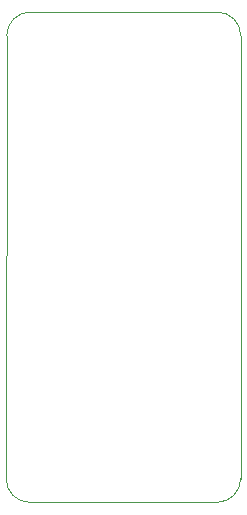
<source format=gbr>
%TF.GenerationSoftware,KiCad,Pcbnew,(5.1.6-0-10_14)*%
%TF.CreationDate,2021-03-26T09:45:15+01:00*%
%TF.ProjectId,KBPY,4b425059-2e6b-4696-9361-645f70636258,rev?*%
%TF.SameCoordinates,Original*%
%TF.FileFunction,Profile,NP*%
%FSLAX46Y46*%
G04 Gerber Fmt 4.6, Leading zero omitted, Abs format (unit mm)*
G04 Created by KiCad (PCBNEW (5.1.6-0-10_14)) date 2021-03-26 09:45:15*
%MOMM*%
%LPD*%
G01*
G04 APERTURE LIST*
%TA.AperFunction,Profile*%
%ADD10C,0.050000*%
%TD*%
G04 APERTURE END LIST*
D10*
X116851230Y-125141230D02*
G75*
G02*
X114860000Y-123150000I0J1991230D01*
G01*
X114910000Y-85610000D02*
G75*
G02*
X116901230Y-83618770I1991230J0D01*
G01*
X134710000Y-123138770D02*
G75*
G02*
X132718770Y-125130000I-1991230J0D01*
G01*
X132728770Y-83618770D02*
G75*
G02*
X134720000Y-85610000I0J-1991230D01*
G01*
X114910000Y-85610000D02*
X114860000Y-123150000D01*
X132728770Y-83618770D02*
X116901230Y-83618770D01*
X134710000Y-123138770D02*
X134720000Y-85610000D01*
X116851230Y-125141230D02*
X132718770Y-125130000D01*
M02*

</source>
